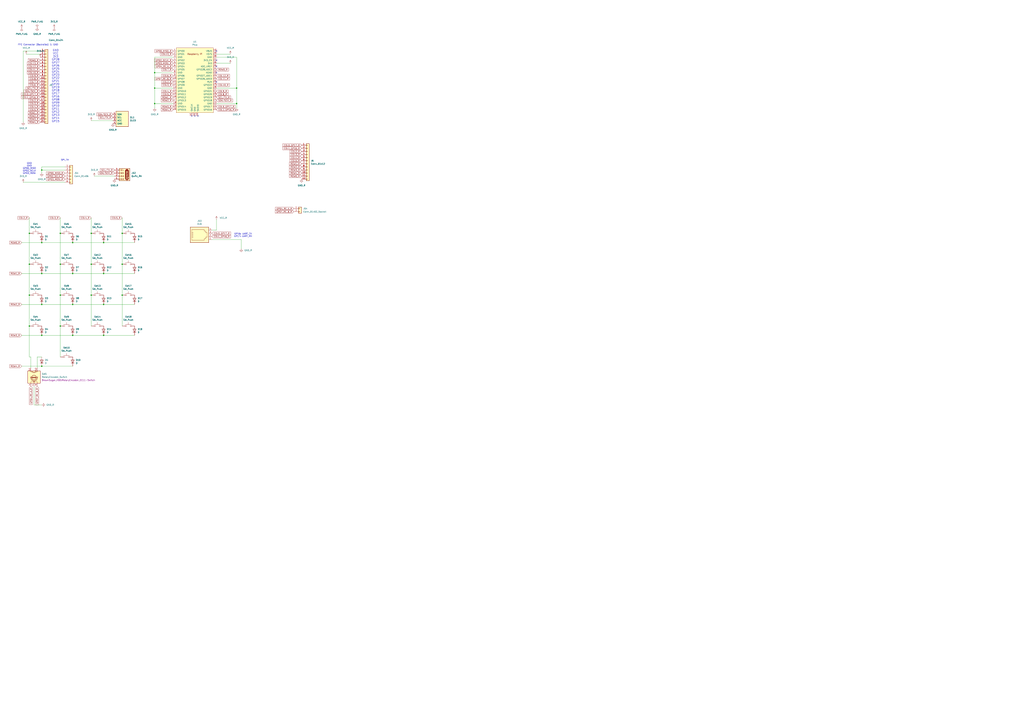
<source format=kicad_sch>
(kicad_sch (version 20250114) (generator "eeschema") (generator_version "9.0")
  (paper "A1")
  (lib_symbols
    (symbol "BrownSugar_KBD:OLED" (pin_names (offset 1.016))
      (property "Reference" "OL" (at 0 7.62 0))
      (property "Value" "OLED" (at 0 -7.62 0))
      (symbol "OLED_1_1"
        (pin bidirectional line (at -7.62 3.81 0) (length 2.54) (name "SDA") (number "1"))
        (pin bidirectional line (at -7.62 1.27 0) (length 2.54) (name "SCL") (number "2"))
        (pin power_in line (at -7.62 -1.27 0) (length 2.54) (name "VCC") (number "3"))
        (pin power_in line (at -7.62 -3.81 0) (length 2.54) (name "GND") (number "4"))
      )
    )
    (symbol "Connector:RJ9" (pin_names (offset 1.016))
      (property "Reference" "J" (at -5.08 8.89 0))
      (property "Value" "RJ9" (at 2.54 8.89 0))
      (symbol "RJ9_1_1"
        (pin passive line (at 10.16 5.08 180) (length 2.54) (name "~") (number "4"))
        (pin passive line (at 10.16 2.54 180) (length 2.54) (name "~") (number "3"))
        (pin passive line (at 10.16 0 180) (length 2.54) (name "~") (number "2"))
        (pin passive line (at 10.16 -2.54 180) (length 2.54) (name "~") (number "1"))
      )
    )
    (symbol "Connector_Generic:Conn_01x02" (pin_names (offset 1.016) (hide yes))
      (property "Reference" "J" (at 0 2.54 0))
      (property "Value" "Conn_01x02" (at 0 -5.08 0))
      (symbol "Conn_01x02_1_1"
        (pin passive line (at -5.08 0 0) (length 3.81) (name "Pin_1") (number "1"))
        (pin passive line (at -5.08 -2.54 0) (length 3.81) (name "Pin_2") (number "2"))
      )
    )
    (symbol "Connector_Generic:Conn_01x06" (pin_names (offset 1.016) (hide yes))
      (property "Reference" "J" (at 0 7.62 0))
      (property "Value" "Conn_01x06" (at 0 -10.16 0))
      (symbol "Conn_01x06_1_1"
        (pin passive line (at -5.08 5.08 0) (length 3.81) (name "Pin_1") (number "1"))
        (pin passive line (at -5.08 2.54 0) (length 3.81) (name "Pin_2") (number "2"))
        (pin passive line (at -5.08 0 0) (length 3.81) (name "Pin_3") (number "3"))
        (pin passive line (at -5.08 -2.54 0) (length 3.81) (name "Pin_4") (number "4"))
        (pin passive line (at -5.08 -5.08 0) (length 3.81) (name "Pin_5") (number "5"))
        (pin passive line (at -5.08 -7.62 0) (length 3.81) (name "Pin_6") (number "6"))
      )
    )
    (symbol "Connector_Generic:Conn_01x12" (pin_names (offset 1.016) (hide yes))
      (property "Reference" "J" (at 0 15.24 0))
      (property "Value" "Conn_01x12" (at 0 -17.78 0))
      (symbol "Conn_01x12_1_1"
        (pin passive line (at -5.08 12.7 0) (length 3.81) (name "Pin_1") (number "1"))
        (pin passive line (at -5.08 10.16 0) (length 3.81) (name "Pin_2") (number "2"))
        (pin passive line (at -5.08 7.62 0) (length 3.81) (name "Pin_3") (number "3"))
        (pin passive line (at -5.08 5.08 0) (length 3.81) (name "Pin_4") (number "4"))
        (pin passive line (at -5.08 2.54 0) (length 3.81) (name "Pin_5") (number "5"))
        (pin passive line (at -5.08 0 0) (length 3.81) (name "Pin_6") (number "6"))
        (pin passive line (at -5.08 -2.54 0) (length 3.81) (name "Pin_7") (number "7"))
        (pin passive line (at -5.08 -5.08 0) (length 3.81) (name "Pin_8") (number "8"))
        (pin passive line (at -5.08 -7.62 0) (length 3.81) (name "Pin_9") (number "9"))
        (pin passive line (at -5.08 -10.16 0) (length 3.81) (name "Pin_10") (number "10"))
        (pin passive line (at -5.08 -12.7 0) (length 3.81) (name "Pin_11") (number "11"))
        (pin passive line (at -5.08 -15.24 0) (length 3.81) (name "Pin_12") (number "12"))
      )
    )
    (symbol "Connector_Generic:Conn_01x24" (pin_names (offset 1.016) (hide yes))
      (property "Reference" "J" (at 0 30.48 0))
      (property "Value" "Conn_01x24" (at 0 -33.02 0))
      (symbol "Conn_01x24_1_1"
        (pin passive line (at -5.08 27.94 0) (length 3.81) (name "Pin_1") (number "1"))
        (pin passive line (at -5.08 25.4 0) (length 3.81) (name "Pin_2") (number "2"))
        (pin passive line (at -5.08 22.86 0) (length 3.81) (name "Pin_3") (number "3"))
        (pin passive line (at -5.08 20.32 0) (length 3.81) (name "Pin_4") (number "4"))
        (pin passive line (at -5.08 17.78 0) (length 3.81) (name "Pin_5") (number "5"))
        (pin passive line (at -5.08 15.24 0) (length 3.81) (name "Pin_6") (number "6"))
        (pin passive line (at -5.08 12.7 0) (length 3.81) (name "Pin_7") (number "7"))
        (pin passive line (at -5.08 10.16 0) (length 3.81) (name "Pin_8") (number "8"))
        (pin passive line (at -5.08 7.62 0) (length 3.81) (name "Pin_9") (number "9"))
        (pin passive line (at -5.08 5.08 0) (length 3.81) (name "Pin_10") (number "10"))
        (pin passive line (at -5.08 2.54 0) (length 3.81) (name "Pin_11") (number "11"))
        (pin passive line (at -5.08 0 0) (length 3.81) (name "Pin_12") (number "12"))
        (pin passive line (at -5.08 -2.54 0) (length 3.81) (name "Pin_13") (number "13"))
        (pin passive line (at -5.08 -5.08 0) (length 3.81) (name "Pin_14") (number "14"))
        (pin passive line (at -5.08 -7.62 0) (length 3.81) (name "Pin_15") (number "15"))
        (pin passive line (at -5.08 -10.16 0) (length 3.81) (name "Pin_16") (number "16"))
        (pin passive line (at -5.08 -12.7 0) (length 3.81) (name "Pin_17") (number "17"))
        (pin passive line (at -5.08 -15.24 0) (length 3.81) (name "Pin_18") (number "18"))
        (pin passive line (at -5.08 -17.78 0) (length 3.81) (name "Pin_19") (number "19"))
        (pin passive line (at -5.08 -20.32 0) (length 3.81) (name "Pin_20") (number "20"))
        (pin passive line (at -5.08 -22.86 0) (length 3.81) (name "Pin_21") (number "21"))
        (pin passive line (at -5.08 -25.4 0) (length 3.81) (name "Pin_22") (number "22"))
        (pin passive line (at -5.08 -27.94 0) (length 3.81) (name "Pin_23") (number "23"))
        (pin passive line (at -5.08 -30.48 0) (length 3.81) (name "Pin_24") (number "24"))
      )
    )
    (symbol "Device:D" (pin_numbers (hide yes)) (pin_names (offset 1.016) (hide yes))
      (property "Reference" "D" (at 0 2.54 0))
      (property "Value" "D" (at 0 -2.54 0))
      (symbol "D_1_1"
        (pin passive line (at -3.81 0 0) (length 2.54) (name "K") (number "1"))
        (pin passive line (at 3.81 0 180) (length 2.54) (name "A") (number "2"))
      )
    )
    (symbol "Device:RotaryEncoder_Switch" (pin_names (offset 0.254) (hide yes))
      (property "Reference" "SW" (at 0 6.604 0))
      (property "Value" "RotaryEncoder_Switch" (at 0 -6.604 0))
      (symbol "RotaryEncoder_Switch_1_1"
        (pin passive line (at -7.62 2.54 0) (length 2.54) (name "A") (number "A"))
        (pin passive line (at -7.62 0 0) (length 2.54) (name "C") (number "C"))
        (pin passive line (at -7.62 -2.54 0) (length 2.54) (name "B") (number "B"))
        (pin passive line (at 7.62 2.54 180) (length 2.54) (name "S1") (number "S1"))
        (pin passive line (at 7.62 -2.54 180) (length 2.54) (name "S2") (number "S2"))
      )
    )
    (symbol "RPi_Pico:Pico" (pin_names (offset 1.016))
      (property "Reference" "U" (at -13.97 27.94 0))
      (property "Value" "Pico" (at 0 19.05 0))
      (symbol "Pico_0_0"
        (text "Raspberry Pi" (at 0 21.59 0) (effects (font (size 1.27 1.27))))
      )
      (symbol "Pico_1_1"
        (pin bidirectional line (at -17.78 24.13 0) (length 2.54) (name "GPIO0") (number "1"))
        (pin bidirectional line (at -17.78 21.59 0) (length 2.54) (name "GPIO1") (number "2"))
        (pin power_in line (at -17.78 19.05 0) (length 2.54) (name "GND") (number "3"))
        (pin bidirectional line (at -17.78 16.51 0) (length 2.54) (name "GPIO2") (number "4"))
        (pin bidirectional line (at -17.78 13.97 0) (length 2.54) (name "GPIO3") (number "5"))
        (pin bidirectional line (at -17.78 11.43 0) (length 2.54) (name "GPIO4") (number "6"))
        (pin bidirectional line (at -17.78 8.89 0) (length 2.54) (name "GPIO5") (number "7"))
        (pin power_in line (at -17.78 6.35 0) (length 2.54) (name "GND") (number "8"))
        (pin bidirectional line (at -17.78 3.81 0) (length 2.54) (name "GPIO6") (number "9"))
        (pin bidirectional line (at -17.78 1.27 0) (length 2.54) (name "GPIO7") (number "10"))
        (pin bidirectional line (at -17.78 -1.27 0) (length 2.54) (name "GPIO8") (number "11"))
        (pin bidirectional line (at -17.78 -3.81 0) (length 2.54) (name "GPIO9") (number "12"))
        (pin power_in line (at -17.78 -6.35 0) (length 2.54) (name "GND") (number "13"))
        (pin bidirectional line (at -17.78 -8.89 0) (length 2.54) (name "GPIO10") (number "14"))
        (pin bidirectional line (at -17.78 -11.43 0) (length 2.54) (name "GPIO11") (number "15"))
        (pin bidirectional line (at -17.78 -13.97 0) (length 2.54) (name "GPIO12") (number "16"))
        (pin bidirectional line (at -17.78 -16.51 0) (length 2.54) (name "GPIO13") (number "17"))
        (pin power_in line (at -17.78 -19.05 0) (length 2.54) (name "GND") (number "18"))
        (pin bidirectional line (at -17.78 -21.59 0) (length 2.54) (name "GPIO14") (number "19"))
        (pin bidirectional line (at -17.78 -24.13 0) (length 2.54) (name "GPIO15") (number "20"))
        (pin input line (at -2.54 -29.21 90) (length 2.54) (name "SWCLK") (number "41"))
        (pin power_in line (at 0 -29.21 90) (length 2.54) (name "GND") (number "42"))
        (pin bidirectional line (at 2.54 -29.21 90) (length 2.54) (name "SWDIO") (number "43"))
        (pin unspecified line (at 17.78 24.13 180) (length 2.54) (name "VBUS") (number "40"))
        (pin unspecified line (at 17.78 21.59 180) (length 2.54) (name "VSYS") (number "39"))
        (pin bidirectional line (at 17.78 19.05 180) (length 2.54) (name "GND") (number "38"))
        (pin input line (at 17.78 16.51 180) (length 2.54) (name "3V3_EN") (number "37"))
        (pin unspecified line (at 17.78 13.97 180) (length 2.54) (name "3V3") (number "36"))
        (pin unspecified line (at 17.78 11.43 180) (length 2.54) (name "ADC_VREF") (number "35"))
        (pin bidirectional line (at 17.78 8.89 180) (length 2.54) (name "GPIO28_ADC2") (number "34"))
        (pin power_in line (at 17.78 6.35 180) (length 2.54) (name "AGND") (number "33"))
        (pin bidirectional line (at 17.78 3.81 180) (length 2.54) (name "GPIO27_ADC1") (number "32"))
        (pin bidirectional line (at 17.78 1.27 180) (length 2.54) (name "GPIO26_ADC0") (number "31"))
        (pin input line (at 17.78 -1.27 180) (length 2.54) (name "RUN") (number "30"))
        (pin bidirectional line (at 17.78 -3.81 180) (length 2.54) (name "GPIO22") (number "29"))
        (pin power_in line (at 17.78 -6.35 180) (length 2.54) (name "GND") (number "28"))
        (pin bidirectional line (at 17.78 -8.89 180) (length 2.54) (name "GPIO21") (number "27"))
        (pin bidirectional line (at 17.78 -11.43 180) (length 2.54) (name "GPIO20") (number "26"))
        (pin bidirectional line (at 17.78 -13.97 180) (length 2.54) (name "GPIO19") (number "25"))
        (pin bidirectional line (at 17.78 -16.51 180) (length 2.54) (name "GPIO18") (number "24"))
        (pin power_in line (at 17.78 -19.05 180) (length 2.54) (name "GND") (number "23"))
        (pin bidirectional line (at 17.78 -21.59 180) (length 2.54) (name "GPIO17") (number "22"))
        (pin bidirectional line (at 17.78 -24.13 180) (length 2.54) (name "GPIO16") (number "21"))
      )
    )
    (symbol "SparkFun-Connector:Qwiic_Right_Angle" (pin_names (offset 1.016) (hide yes))
      (property "Reference" "J" (at 0 5.08 0))
      (property "Value" "Qwiic_RA" (at 0 -7.62 0))
      (symbol "Qwiic_Right_Angle_1_1"
        (text "SCL" (at 1.27 2.54 0) (effects (font (size 1 1))))
        (text "SDA" (at 1.27 0 0) (effects (font (size 1 1))))
        (text "3V3" (at 1.27 -2.54 0) (effects (font (size 1 1))))
        (text "GND" (at 1.27 -5.08 0) (effects (font (size 1 1))))
        (pin passive line (at -5.08 2.54 0) (length 3.81) (name "Pin_4") (number "4"))
        (pin passive line (at -5.08 0 0) (length 3.81) (name "Pin_3") (number "3"))
        (pin passive line (at -5.08 -2.54 0) (length 3.81) (name "Pin_2") (number "2"))
        (pin passive line (at -5.08 -5.08 0) (length 3.81) (name "Pin_1") (number "1"))
        (pin no_connect line (at 5.08 3.81 270) (length 2.54) (hide yes) (name "NC") (number "NC1"))
        (pin no_connect line (at 6.35 3.81 270) (length 2.54) (hide yes) (name "NC") (number "NC2"))
      )
    )
    (symbol "Switch:SW_Push" (pin_numbers (hide yes)) (pin_names (offset 1.016) (hide yes))
      (property "Reference" "SW" (at 1.27 2.54 0))
      (property "Value" "SW_Push" (at 0 -1.524 0))
      (symbol "SW_Push_0_1"
        (pin passive line (at -5.08 0 0) (length 2.54) (name "1") (number "1"))
        (pin passive line (at 5.08 0 180) (length 2.54) (name "2") (number "2"))
      )
    )
    (symbol "power:GND" (power) (pin_numbers (hide yes)) (pin_names (offset 0) (hide yes))
      (property "Value" "GND" (at 0 -3.81 0))
      (symbol "GND_1_1"
        (pin power_in line (at 0 0 270) (length 0) (name "~") (number "1"))
      )
    )
    (symbol "power:PWR_FLAG" (power) (pin_numbers (hide yes)) (pin_names (offset 0) (hide yes))
      (property "Value" "PWR_FLAG" (at 0 3.81 0))
      (symbol "PWR_FLAG_0_0"
        (pin power_out line (at 0 0 90) (length 0) (name "~") (number "1"))
      )
    )
    (symbol "power:VCC" (power) (pin_numbers (hide yes)) (pin_names (offset 0) (hide yes))
      (property "Value" "VCC" (at 0 3.556 0))
      (symbol "VCC_1_1"
        (pin power_in line (at 0 0 90) (length 0) (name "~") (number "1"))
      )
    )
  )
  (text "GND\nGND\nGP00_MISO\nGP02_SCLK\nGP03_MOSI" (at 24.13 138.43 0) (effects (font (size 1.27 1.27))))
  (text "SPI_TH" (at 53.34 131.572 0) (effects (font (size 1.27 1.27))))
  (text "GP16: UART_TX\nGP17: UART_RX" (at 199.644 193.294 0) (effects (font (size 1.27 1.27))))
  (text "FFC Connector (Backside) １: GND" (at 31.242 36.83 0) (effects (font (size 1.27 1.27))))
  (text "GND\nVCC\n3V3\nGP28\nGP27\nGP26\nGP25\nGP24\nGP23\nGP22\nGP21\nGP20\nGP19\nGP18\nGP17\nGP16\nGP08\nGP09\nGP10\nGP11\nGP12\nGP13\nGP14\nGP15\n" (at 45.72 70.612 0) (effects (font (size 1.5748 1.5748))))
  (junction (at 24.13 242.57))
  (junction (at 59.69 250.19))
  (junction (at 74.93 242.57))
  (junction (at 74.93 191.77))
  (junction (at 127 72.39))
  (junction (at 49.53 242.57))
  (junction (at 59.69 275.59))
  (junction (at 49.53 267.97))
  (junction (at 100.33 191.77))
  (junction (at 59.69 224.79))
  (junction (at 194.31 72.39))
  (junction (at 24.13 191.77))
  (junction (at 34.29 250.19))
  (junction (at 49.53 191.77))
  (junction (at 85.09 250.19))
  (junction (at 85.09 275.59))
  (junction (at 24.13 267.97))
  (junction (at 34.29 224.79))
  (junction (at 100.33 217.17))
  (junction (at 194.31 85.09))
  (junction (at 34.29 139.7))
  (junction (at 24.13 217.17))
  (junction (at 85.09 224.79))
  (junction (at 127 59.69))
  (junction (at 34.29 275.59))
  (junction (at 49.53 217.17))
  (junction (at 74.93 217.17))
  (junction (at 127 85.09))
  (junction (at 100.33 242.57))
  (junction (at 85.09 199.39))
  (junction (at 34.29 199.39))
  (junction (at 34.29 300.99))
  (junction (at 59.69 199.39))
  (no_connect (at 162.56 95.25))
  (no_connect (at 177.8 67.31))
  (no_connect (at 177.8 41.91))
  (no_connect (at 177.8 49.53))
  (no_connect (at 160.02 95.25))
  (no_connect (at 157.48 95.25))
  (no_connect (at 177.8 59.69))
  (no_connect (at 177.8 54.61))
  (wire (pts (xy 34.29 139.7) (xy 34.29 142.24)))
  (wire (pts (xy 74.93 242.57) (xy 74.93 267.97)))
  (wire (pts (xy 49.53 179.07) (xy 49.53 191.77)))
  (wire (pts (xy 142.24 46.99) (xy 127 46.99)))
  (wire (pts (xy 19.05 149.86) (xy 53.34 149.86)))
  (wire (pts (xy 194.31 46.99) (xy 194.31 72.39)))
  (wire (pts (xy 177.8 85.09) (xy 194.31 85.09)))
  (wire (pts (xy 127 85.09) (xy 142.24 85.09)))
  (wire (pts (xy 49.53 217.17) (xy 49.53 242.57)))
  (wire (pts (xy 173.99 196.85) (xy 198.12 196.85)))
  (wire (pts (xy 24.13 191.77) (xy 24.13 217.17)))
  (wire (pts (xy 34.29 139.7) (xy 53.34 139.7)))
  (wire (pts (xy 194.31 88.9) (xy 194.31 85.09)))
  (wire (pts (xy 189.23 52.07) (xy 177.8 52.07)))
  (wire (pts (xy 85.09 224.79) (xy 110.49 224.79)))
  (wire (pts (xy 17.78 199.39) (xy 34.29 199.39)))
  (wire (pts (xy 34.29 300.99) (xy 59.69 300.99)))
  (wire (pts (xy 34.29 293.37) (xy 30.48 293.37)))
  (wire (pts (xy 194.31 72.39) (xy 194.31 85.09)))
  (wire (pts (xy 59.69 199.39) (xy 85.09 199.39)))
  (wire (pts (xy 24.13 242.57) (xy 24.13 267.97)))
  (wire (pts (xy 17.78 250.19) (xy 34.29 250.19)))
  (wire (pts (xy 85.09 199.39) (xy 110.49 199.39)))
  (wire (pts (xy 85.09 250.19) (xy 110.49 250.19)))
  (wire (pts (xy 34.29 137.16) (xy 34.29 139.7)))
  (wire (pts (xy 19.05 41.91) (xy 19.05 100.33)))
  (wire (pts (xy 34.29 250.19) (xy 59.69 250.19)))
  (wire (pts (xy 49.53 267.97) (xy 49.53 293.37)))
  (wire (pts (xy 177.8 46.99) (xy 194.31 46.99)))
  (wire (pts (xy 59.69 224.79) (xy 85.09 224.79)))
  (wire (pts (xy 177.8 189.23) (xy 173.99 189.23)))
  (wire (pts (xy 24.13 217.17) (xy 24.13 242.57)))
  (wire (pts (xy 127 46.99) (xy 127 59.69)))
  (wire (pts (xy 49.53 242.57) (xy 49.53 267.97)))
  (wire (pts (xy 198.12 196.85) (xy 198.12 204.47)))
  (wire (pts (xy 127 72.39) (xy 127 85.09)))
  (wire (pts (xy 24.13 293.37) (xy 25.4 293.37)))
  (wire (pts (xy 17.78 224.79) (xy 34.29 224.79)))
  (wire (pts (xy 77.47 144.78) (xy 93.98 144.78)))
  (wire (pts (xy 30.48 293.37) (xy 30.48 302.26)))
  (wire (pts (xy 74.93 99.06) (xy 92.71 99.06)))
  (wire (pts (xy 24.13 267.97) (xy 24.13 293.37)))
  (wire (pts (xy 27.94 317.5) (xy 27.94 332.74)))
  (wire (pts (xy 59.69 275.59) (xy 85.09 275.59)))
  (wire (pts (xy 34.29 275.59) (xy 59.69 275.59)))
  (wire (pts (xy 34.29 199.39) (xy 59.69 199.39)))
  (wire (pts (xy 27.94 332.74) (xy 34.29 332.74)))
  (wire (pts (xy 74.93 217.17) (xy 74.93 242.57)))
  (wire (pts (xy 21.59 44.45) (xy 33.02 44.45)))
  (wire (pts (xy 100.33 217.17) (xy 100.33 242.57)))
  (wire (pts (xy 100.33 179.07) (xy 100.33 191.77)))
  (wire (pts (xy 100.33 242.57) (xy 100.33 267.97)))
  (wire (pts (xy 17.78 275.59) (xy 34.29 275.59)))
  (wire (pts (xy 74.93 179.07) (xy 74.93 191.77)))
  (wire (pts (xy 177.8 180.34) (xy 177.8 189.23)))
  (wire (pts (xy 100.33 191.77) (xy 100.33 217.17)))
  (wire (pts (xy 17.78 300.99) (xy 34.29 300.99)))
  (wire (pts (xy 24.13 179.07) (xy 24.13 191.77)))
  (wire (pts (xy 189.23 44.45) (xy 177.8 44.45)))
  (wire (pts (xy 25.4 302.26) (xy 25.4 293.37)))
  (wire (pts (xy 127 59.69) (xy 142.24 59.69)))
  (wire (pts (xy 127 72.39) (xy 142.24 72.39)))
  (wire (pts (xy 177.8 72.39) (xy 194.31 72.39)))
  (wire (pts (xy 74.93 191.77) (xy 74.93 217.17)))
  (wire (pts (xy 85.09 275.59) (xy 110.49 275.59)))
  (wire (pts (xy 33.02 41.91) (xy 19.05 41.91)))
  (wire (pts (xy 127 59.69) (xy 127 72.39)))
  (wire (pts (xy 53.34 137.16) (xy 34.29 137.16)))
  (wire (pts (xy 59.69 250.19) (xy 85.09 250.19)))
  (wire (pts (xy 49.53 191.77) (xy 49.53 217.17)))
  (wire (pts (xy 127 85.09) (xy 127 88.9)))
  (wire (pts (xy 34.29 224.79) (xy 59.69 224.79)))
  (global_label "SCL{slash}TX_R" (shape input) (at 177.8 80.01 0) (property "Intersheetrefs" "${INTERSHEET_REFS}" (effects (hide yes))))
  (global_label "ROW4_R" (shape input) (at 33.02 100.33 180) (property "Intersheetrefs" "${INTERSHEET_REFS}" (effects (hide yes))))
  (global_label "COL5_R" (shape input) (at 247.65 132.08 180) (property "Intersheetrefs" "${INTERSHEET_REFS}" (effects (hide yes))))
  (global_label "COL11_R" (shape input) (at 33.02 57.15 180) (property "Intersheetrefs" "${INTERSHEET_REFS}" (effects (hide yes))))
  (global_label "GP02_SCLK_R" (shape input) (at 142.24 49.53 180) (property "Intersheetrefs" "${INTERSHEET_REFS}" (effects (hide yes))))
  (global_label "COL1_GP16_R" (shape input) (at 247.65 121.92 180) (property "Intersheetrefs" "${INTERSHEET_REFS}" (effects (hide yes))))
  (global_label "COL5_R" (shape input) (at 142.24 77.47 180) (property "Intersheetrefs" "${INTERSHEET_REFS}" (effects (hide yes))))
  (global_label "COL2_R" (shape input) (at 142.24 67.31 180) (property "Intersheetrefs" "${INTERSHEET_REFS}" (effects (hide yes))))
  (global_label "SCL{slash}TX_R" (shape input) (at 33.02 72.39 180) (property "Intersheetrefs" "${INTERSHEET_REFS}" (effects (hide yes))))
  (global_label "COL3_R" (shape input) (at 247.65 127 180) (property "Intersheetrefs" "${INTERSHEET_REFS}" (effects (hide yes))))
  (global_label "GP04_RE_A_R" (shape input) (at 142.24 54.61 180) (property "Intersheetrefs" "${INTERSHEET_REFS}" (effects (hide yes))))
  (global_label "ROW0_R" (shape input) (at 177.8 57.15 0) (property "Intersheetrefs" "${INTERSHEET_REFS}" (effects (hide yes))))
  (global_label "ROW3_R" (shape input) (at 33.02 97.79 180) (property "Intersheetrefs" "${INTERSHEET_REFS}" (effects (hide yes))))
  (global_label "COL5_R" (shape input) (at 33.02 90.17 180) (property "Intersheetrefs" "${INTERSHEET_REFS}" (effects (hide yes))))
  (global_label "COL11_R" (shape input) (at 177.8 64.77 0) (property "Intersheetrefs" "${INTERSHEET_REFS}" (effects (hide yes))))
  (global_label "COL12_R" (shape input) (at 33.02 54.61 180) (property "Intersheetrefs" "${INTERSHEET_REFS}" (effects (hide yes))))
  (global_label "COL0_GP17_R" (shape input) (at 173.99 191.77 0) (property "Intersheetrefs" "${INTERSHEET_REFS}" (effects (hide yes))))
  (global_label "COL2_R" (shape input) (at 24.13 179.07 180) (property "Intersheetrefs" "${INTERSHEET_REFS}" (effects (hide yes))))
  (global_label "ROW1_R" (shape input) (at 247.65 134.62 180) (property "Intersheetrefs" "${INTERSHEET_REFS}" (effects (hide yes))))
  (global_label "COL1_GP16_R" (shape input) (at 33.02 80.01 180) (property "Intersheetrefs" "${INTERSHEET_REFS}" (effects (hide yes))))
  (global_label "COL7_R" (shape input) (at 142.24 57.15 180) (property "Intersheetrefs" "${INTERSHEET_REFS}" (effects (hide yes))))
  (global_label "ROW0_R" (shape input) (at 17.78 199.39 180) (property "Intersheetrefs" "${INTERSHEET_REFS}" (effects (hide yes))))
  (global_label "COL3_R" (shape input) (at 33.02 85.09 180) (property "Intersheetrefs" "${INTERSHEET_REFS}" (effects (hide yes))))
  (global_label "COL12_R" (shape input) (at 177.8 62.23 0) (property "Intersheetrefs" "${INTERSHEET_REFS}" (effects (hide yes))))
  (global_label "SDA{slash}SCK_R" (shape input) (at 33.02 74.93 180) (property "Intersheetrefs" "${INTERSHEET_REFS}" (effects (hide yes))))
  (global_label "COL2_R" (shape input) (at 33.02 82.55 180) (property "Intersheetrefs" "${INTERSHEET_REFS}" (effects (hide yes))))
  (global_label "ROW2_R" (shape input) (at 33.02 95.25 180) (property "Intersheetrefs" "${INTERSHEET_REFS}" (effects (hide yes))))
  (global_label "COL3_R" (shape input) (at 49.53 179.07 180) (property "Intersheetrefs" "${INTERSHEET_REFS}" (effects (hide yes))))
  (global_label "COL0_GP17_R" (shape input) (at 247.65 119.38 180) (property "Intersheetrefs" "${INTERSHEET_REFS}" (effects (hide yes))))
  (global_label "COL0_GP17_R" (shape input) (at 33.02 77.47 180) (property "Intersheetrefs" "${INTERSHEET_REFS}" (effects (hide yes))))
  (global_label "ROW2_R" (shape input) (at 247.65 137.16 180) (property "Intersheetrefs" "${INTERSHEET_REFS}" (effects (hide yes))))
  (global_label "GP07_RE_B_R" (shape input) (at 142.24 64.77 180) (property "Intersheetrefs" "${INTERSHEET_REFS}" (effects (hide yes))))
  (global_label "ROW3_R" (shape input) (at 17.78 275.59 180) (property "Intersheetrefs" "${INTERSHEET_REFS}" (effects (hide yes))))
  (global_label "ROW1_R" (shape input) (at 33.02 92.71 180) (property "Intersheetrefs" "${INTERSHEET_REFS}" (effects (hide yes))))
  (global_label "COL8_R" (shape input) (at 33.02 64.77 180) (property "Intersheetrefs" "${INTERSHEET_REFS}" (effects (hide yes))))
  (global_label "COL4_R" (shape input) (at 142.24 74.93 180) (property "Intersheetrefs" "${INTERSHEET_REFS}" (effects (hide yes))))
  (global_label "COL5_R" (shape input) (at 100.33 179.07 180) (property "Intersheetrefs" "${INTERSHEET_REFS}" (effects (hide yes))))
  (global_label "SDA{slash}SCK_R" (shape input) (at 93.98 142.24 180) (property "Intersheetrefs" "${INTERSHEET_REFS}" (effects (hide yes))))
  (global_label "GP07_RE_B_R" (shape input) (at 30.48 317.5 270) (property "Intersheetrefs" "${INTERSHEET_REFS}" (effects (hide yes))))
  (global_label "GP00_MISO_R" (shape input) (at 142.24 41.91 180) (property "Intersheetrefs" "${INTERSHEET_REFS}" (effects (hide yes))))
  (global_label "COL3_R" (shape input) (at 142.24 69.85 180) (property "Intersheetrefs" "${INTERSHEET_REFS}" (effects (hide yes))))
  (global_label "GP04_RE_A_R" (shape input) (at 25.4 317.5 270) (property "Intersheetrefs" "${INTERSHEET_REFS}" (effects (hide yes))))
  (global_label "COL13_R" (shape input) (at 33.02 52.07 180) (property "Intersheetrefs" "${INTERSHEET_REFS}" (effects (hide yes))))
  (global_label "ROW4_R" (shape input) (at 247.65 142.24 180) (property "Intersheetrefs" "${INTERSHEET_REFS}" (effects (hide yes))))
  (global_label "COL1_GP16_R" (shape input) (at 173.99 194.31 0) (property "Intersheetrefs" "${INTERSHEET_REFS}" (effects (hide yes))))
  (global_label "COL8_R" (shape input) (at 177.8 77.47 0) (property "Intersheetrefs" "${INTERSHEET_REFS}" (effects (hide yes))))
  (global_label "GP03_MOSI_R" (shape input) (at 53.34 147.32 180) (property "Intersheetrefs" "${INTERSHEET_REFS}" (effects (hide yes))))
  (global_label "SCL{slash}TX_R" (shape input) (at 92.71 96.52 180) (property "Intersheetrefs" "${INTERSHEET_REFS}" (effects (hide yes))))
  (global_label "ROW0_R" (shape input) (at 33.02 49.53 180) (property "Intersheetrefs" "${INTERSHEET_REFS}" (effects (hide yes))))
  (global_label "ROW4_R" (shape input) (at 17.78 300.99 180) (property "Intersheetrefs" "${INTERSHEET_REFS}" (effects (hide yes))))
  (global_label "COL10_R" (shape input) (at 177.8 69.85 0) (property "Intersheetrefs" "${INTERSHEET_REFS}" (effects (hide yes))))
  (global_label "ROW2_R" (shape input) (at 142.24 82.55 180) (property "Intersheetrefs" "${INTERSHEET_REFS}" (effects (hide yes))))
  (global_label "ROW3_R" (shape input) (at 247.65 139.7 180) (property "Intersheetrefs" "${INTERSHEET_REFS}" (effects (hide yes))))
  (global_label "GP07_RE_B_R" (shape input) (at 241.3 173.99 180) (property "Intersheetrefs" "${INTERSHEET_REFS}" (effects (hide yes))))
  (global_label "COL7_R" (shape input) (at 33.02 67.31 180) (property "Intersheetrefs" "${INTERSHEET_REFS}" (effects (hide yes))))
  (global_label "COL2_R" (shape input) (at 247.65 124.46 180) (property "Intersheetrefs" "${INTERSHEET_REFS}" (effects (hide yes))))
  (global_label "COL4_R" (shape input) (at 33.02 87.63 180) (property "Intersheetrefs" "${INTERSHEET_REFS}" (effects (hide yes))))
  (global_label "COL0_GP17_R" (shape input) (at 177.8 87.63 0) (property "Intersheetrefs" "${INTERSHEET_REFS}" (effects (hide yes))))
  (global_label "GP03_MOSI_R" (shape input) (at 142.24 52.07 180) (property "Intersheetrefs" "${INTERSHEET_REFS}" (effects (hide yes))))
  (global_label "GP02_SCLK_R" (shape input) (at 53.34 144.78 180) (property "Intersheetrefs" "${INTERSHEET_REFS}" (effects (hide yes))))
  (global_label "COL1_GP16_R" (shape input) (at 177.8 90.17 0) (property "Intersheetrefs" "${INTERSHEET_REFS}" (effects (hide yes))))
  (global_label "SDA{slash}SCK_R" (shape input) (at 92.71 93.98 180) (property "Intersheetrefs" "${INTERSHEET_REFS}" (effects (hide yes))))
  (global_label "COL10_R" (shape input) (at 33.02 59.69 180) (property "Intersheetrefs" "${INTERSHEET_REFS}" (effects (hide yes))))
  (global_label "SCL{slash}TX_R" (shape input) (at 93.98 139.7 180) (property "Intersheetrefs" "${INTERSHEET_REFS}" (effects (hide yes))))
  (global_label "COL9_R" (shape input) (at 33.02 62.23 180) (property "Intersheetrefs" "${INTERSHEET_REFS}" (effects (hide yes))))
  (global_label "COL6_R" (shape input) (at 142.24 62.23 180) (property "Intersheetrefs" "${INTERSHEET_REFS}" (effects (hide yes))))
  (global_label "ROW3_R" (shape input) (at 142.24 87.63 180) (property "Intersheetrefs" "${INTERSHEET_REFS}" (effects (hide yes))))
  (global_label "COL4_R" (shape input) (at 247.65 129.54 180) (property "Intersheetrefs" "${INTERSHEET_REFS}" (effects (hide yes))))
  (global_label "SDA{slash}SCK_R" (shape input) (at 177.8 82.55 0) (property "Intersheetrefs" "${INTERSHEET_REFS}" (effects (hide yes))))
  (global_label "COL13_R" (shape input) (at 142.24 44.45 180) (property "Intersheetrefs" "${INTERSHEET_REFS}" (effects (hide yes))))
  (global_label "ROW0_R" (shape input) (at 247.65 144.78 180) (property "Intersheetrefs" "${INTERSHEET_REFS}" (effects (hide yes))))
  (global_label "COL9_R" (shape input) (at 177.8 74.93 0) (property "Intersheetrefs" "${INTERSHEET_REFS}" (effects (hide yes))))
  (global_label "COL4_R" (shape input) (at 74.93 179.07 180) (property "Intersheetrefs" "${INTERSHEET_REFS}" (effects (hide yes))))
  (global_label "ROW1_R" (shape input) (at 142.24 80.01 180) (property "Intersheetrefs" "${INTERSHEET_REFS}" (effects (hide yes))))
  (global_label "GP00_MISO_R" (shape input) (at 53.34 142.24 180) (property "Intersheetrefs" "${INTERSHEET_REFS}" (effects (hide yes))))
  (global_label "ROW1_R" (shape input) (at 17.78 224.79 180) (property "Intersheetrefs" "${INTERSHEET_REFS}" (effects (hide yes))))
  (global_label "GP04_RE_A_R" (shape input) (at 241.3 171.45 180) (property "Intersheetrefs" "${INTERSHEET_REFS}" (effects (hide yes))))
  (global_label "ROW2_R" (shape input) (at 17.78 250.19 180) (property "Intersheetrefs" "${INTERSHEET_REFS}" (effects (hide yes))))
  (global_label "ROW4_R" (shape input) (at 142.24 90.17 180) (property "Intersheetrefs" "${INTERSHEET_REFS}" (effects (hide yes))))
  (global_label "COL6_R" (shape input) (at 33.02 69.85 180) (property "Intersheetrefs" "${INTERSHEET_REFS}" (effects (hide yes))))
  (symbol (lib_id "power:GND") (at 194.31 88.9 0) (unit 1)
    (property "Reference" "#PWR010" (effects (hide yes)))
    (property "Value" "GND_R" (at 194.31 93.98 0))
    (property "Description" "Power symbol creates a global label with name \"GND\" , ground" (effects (hide yes)))
  )
  (symbol (lib_id "Connector_Generic:Conn_01x02") (at 246.38 171.45 0) (unit 1)
    (property "Reference" "J54" (at 248.92 171.4499 0) (effects (justify left)))
    (property "Value" "Conn_01x02_Socket" (at 248.92 173.9899 0) (effects (justify left)))
    (property "Footprint" "Connector_PinHeader_2.54mm:PinHeader_1x02_P2.54mm_Vertical" (effects (hide yes)))
    (property "Description" "Generic connector, single row, 01x02, script generated (kicad-library-utils/schlib/autogen/connector/)" (effects (hide yes)))
  )
  (symbol (lib_id "Device:D") (at 59.69 271.78 90) (unit 1)
    (property "Reference" "D9" (at 62.23 270.5099 90) (effects (justify right)))
    (property "Value" "D" (at 62.23 273.0499 90) (effects (justify right)))
    (property "Footprint" "kbd_Parts:Diode_SMD" (effects (hide yes)))
    (property "Description" "Diode" (effects (hide yes)))
    (property "Sim.Device" "D" (effects (hide yes)))
    (property "Sim.Pins" "1=K 2=A" (effects (hide yes)))
  )
  (symbol (lib_id "power:GND") (at 93.98 147.32 0) (unit 1)
    (property "Reference" "#PWR07" (effects (hide yes)))
    (property "Value" "GND_R" (at 93.98 152.4 0))
    (property "Description" "Power symbol creates a global label with name \"GND\" , ground" (effects (hide yes)))
  )
  (symbol (lib_id "power:GND") (at 92.71 101.6 0) (unit 1)
    (property "Reference" "#PWR011" (effects (hide yes)))
    (property "Value" "GND_R" (at 92.71 106.68 0))
    (property "Description" "Power symbol creates a global label with name \"GND\" , ground" (effects (hide yes)))
  )
  (symbol (lib_id "power:GND") (at 127 88.9 0) (unit 1)
    (property "Reference" "#PWR021" (effects (hide yes)))
    (property "Value" "GND_R" (at 127 93.98 0))
    (property "Description" "Power symbol creates a global label with name \"GND\" , ground" (effects (hide yes)))
  )
  (symbol (lib_id "Device:D") (at 59.69 220.98 90) (unit 1)
    (property "Reference" "D7" (at 62.23 219.7099 90) (effects (justify right)))
    (property "Value" "D" (at 62.23 222.2499 90) (effects (justify right)))
    (property "Footprint" "kbd_Parts:Diode_SMD" (effects (hide yes)))
    (property "Description" "Diode" (effects (hide yes)))
    (property "Sim.Device" "D" (effects (hide yes)))
    (property "Sim.Pins" "1=K 2=A" (effects (hide yes)))
  )
  (symbol (lib_id "Switch:SW_Push") (at 105.41 217.17 0) (mirror y) (unit 1)
    (property "Reference" "SW16" (at 105.41 209.55 0))
    (property "Value" "SW_Push" (at 105.41 212.09 0))
    (property "Footprint" "Rikkodo_FootPrint:rkd_Asm_ChocV1V2_Hotswap_1u_NM" (effects (hide yes)))
    (property "Description" "Push button switch, generic, two pins" (effects (hide yes)))
  )
  (symbol (lib_id "Connector_Generic:Conn_01x12") (at 252.73 132.08 0) (unit 1)
    (property "Reference" "J6" (at 255.27 132.0799 0) (effects (justify left)))
    (property "Value" "Conn_01x12" (at 255.27 134.6199 0) (effects (justify left)))
    (property "Footprint" "DreaM117er-keebLibrary:Hirose_FH12-12S-0.5SH_1x12-1MP_P0.50mm_Horizontal" (effects (hide yes)))
    (property "Description" "Generic connector, single row, 01x12, script generated (kicad-library-utils/schlib/autogen/connector/)" (effects (hide yes)))
  )
  (symbol (lib_id "SparkFun-Connector:Qwiic_Right_Angle") (at 99.06 142.24 0) (unit 1)
    (property "Reference" "J52" (at 107.95 142.2399 0) (effects (justify left)))
    (property "Value" "Qwiic_RA" (at 107.95 144.7799 0) (effects (justify left)))
    (property "Footprint" "SparkFun-Connector:JST_SMD_1.0mm-4_Black" (effects (hide yes)))
    (property "Datasheet" "https://www.jst-mfg.com/product/pdf/eng/eSH.pdf" (effects (hide yes)))
    (property "Description" "4 pin JST 1mm polarized connector for I2C" (effects (hide yes)))
    (property "PROD_ID" "CONN-13694" (effects (hide yes)))
  )
  (symbol (lib_id "power:VCC") (at 77.47 144.78 0) (unit 1)
    (property "Reference" "#PWR018" (effects (hide yes)))
    (property "Value" "3V3_R" (at 77.47 139.7 0))
    (property "Description" "Power symbol creates a global label with name \"VCC\"" (effects (hide yes)))
  )
  (symbol (lib_id "Switch:SW_Push") (at 54.61 242.57 0) (mirror y) (unit 1)
    (property "Reference" "SW8" (at 54.61 234.95 0))
    (property "Value" "SW_Push" (at 54.61 237.49 0))
    (property "Footprint" "Rikkodo_FootPrint:rkd_Asm_ChocV1V2_Hotswap_1u_NM" (effects (hide yes)))
    (property "Description" "Push button switch, generic, two pins" (effects (hide yes)))
  )
  (symbol (lib_id "Device:D") (at 85.09 271.78 90) (unit 1)
    (property "Reference" "D14" (at 87.63 270.5099 90) (effects (justify right)))
    (property "Value" "D" (at 87.63 273.0499 90) (effects (justify right)))
    (property "Footprint" "kbd_Parts:Diode_SMD" (effects (hide yes)))
    (property "Description" "Diode" (effects (hide yes)))
    (property "Sim.Device" "D" (effects (hide yes)))
    (property "Sim.Pins" "1=K 2=A" (effects (hide yes)))
  )
  (symbol (lib_id "power:GND") (at 198.12 204.47 0) (unit 1)
    (property "Reference" "#PWR058" (effects (hide yes)))
    (property "Value" "GND_R" (at 200.66 205.7399 0) (effects (justify left)))
    (property "Description" "Power symbol creates a global label with name \"GND\" , ground" (effects (hide yes)))
  )
  (symbol (lib_id "Device:D") (at 110.49 220.98 90) (unit 1)
    (property "Reference" "D16" (at 113.03 219.7099 90) (effects (justify right)))
    (property "Value" "D" (at 113.03 222.2499 90) (effects (justify right)))
    (property "Footprint" "kbd_Parts:Diode_SMD" (effects (hide yes)))
    (property "Description" "Diode" (effects (hide yes)))
    (property "Sim.Device" "D" (effects (hide yes)))
    (property "Sim.Pins" "1=K 2=A" (effects (hide yes)))
  )
  (symbol (lib_id "power:GND") (at 30.48 22.86 0) (unit 1)
    (property "Reference" "#PWR06" (effects (hide yes)))
    (property "Value" "GND_R" (at 30.48 27.94 0))
    (property "Description" "Power symbol creates a global label with name \"GND\" , ground" (effects (hide yes)))
  )
  (symbol (lib_id "Switch:SW_Push") (at 54.61 217.17 0) (mirror y) (unit 1)
    (property "Reference" "SW7" (at 54.61 209.55 0))
    (property "Value" "SW_Push" (at 54.61 212.09 0))
    (property "Footprint" "Rikkodo_FootPrint:rkd_Asm_ChocV1V2_Hotswap_1u_NM" (effects (hide yes)))
    (property "Description" "Push button switch, generic, two pins" (effects (hide yes)))
  )
  (symbol (lib_id "power:VCC") (at 17.78 22.86 0) (unit 1)
    (property "Reference" "#PWR05" (effects (hide yes)))
    (property "Value" "VCC_R" (at 17.78 17.78 0))
    (property "Description" "Power symbol creates a global label with name \"VCC\"" (effects (hide yes)))
  )
  (symbol (lib_id "Switch:SW_Push") (at 105.41 242.57 0) (mirror y) (unit 1)
    (property "Reference" "SW17" (at 105.41 234.95 0))
    (property "Value" "SW_Push" (at 105.41 237.49 0))
    (property "Footprint" "Rikkodo_FootPrint:rkd_Asm_ChocV1V2_Hotswap_1u_NM" (effects (hide yes)))
    (property "Description" "Push button switch, generic, two pins" (effects (hide yes)))
  )
  (symbol (lib_id "Switch:SW_Push") (at 54.61 191.77 0) (mirror y) (unit 1)
    (property "Reference" "SW6" (at 54.61 184.15 0))
    (property "Value" "SW_Push" (at 54.61 186.69 0))
    (property "Footprint" "Rikkodo_FootPrint:rkd_Asm_ChocV1V2_Hotswap_1u_NM" (effects (hide yes)))
    (property "Description" "Push button switch, generic, two pins" (effects (hide yes)))
  )
  (symbol (lib_id "Switch:SW_Push") (at 80.01 242.57 0) (mirror y) (unit 1)
    (property "Reference" "SW13" (at 80.01 234.95 0))
    (property "Value" "SW_Push" (at 80.01 237.49 0))
    (property "Footprint" "Rikkodo_FootPrint:rkd_Asm_ChocV1V2_Hotswap_1u_NM" (effects (hide yes)))
    (property "Description" "Push button switch, generic, two pins" (effects (hide yes)))
  )
  (symbol (lib_id "Device:D") (at 59.69 297.18 90) (unit 1)
    (property "Reference" "D10" (at 62.23 295.9099 90) (effects (justify right)))
    (property "Value" "D" (at 62.23 298.4499 90) (effects (justify right)))
    (property "Footprint" "kbd_Parts:Diode_SMD" (effects (hide yes)))
    (property "Description" "Diode" (effects (hide yes)))
    (property "Sim.Device" "D" (effects (hide yes)))
    (property "Sim.Pins" "1=K 2=A" (effects (hide yes)))
  )
  (symbol (lib_id "Switch:SW_Push") (at 80.01 217.17 0) (mirror y) (unit 1)
    (property "Reference" "SW12" (at 80.01 209.55 0))
    (property "Value" "SW_Push" (at 80.01 212.09 0))
    (property "Footprint" "Rikkodo_FootPrint:rkd_Asm_ChocV1V2_Hotswap_1u_NM" (effects (hide yes)))
    (property "Description" "Push button switch, generic, two pins" (effects (hide yes)))
  )
  (symbol (lib_id "power:VCC") (at 21.59 44.45 0) (unit 1)
    (property "Reference" "#PWR02" (effects (hide yes)))
    (property "Value" "VCC_R" (at 21.59 39.37 0))
    (property "Description" "Power symbol creates a global label with name \"VCC\"" (effects (hide yes)))
  )
  (symbol (lib_id "Device:D") (at 85.09 220.98 90) (unit 1)
    (property "Reference" "D12" (at 87.63 219.7099 90) (effects (justify right)))
    (property "Value" "D" (at 87.63 222.2499 90) (effects (justify right)))
    (property "Footprint" "kbd_Parts:Diode_SMD" (effects (hide yes)))
    (property "Description" "Diode" (effects (hide yes)))
    (property "Sim.Device" "D" (effects (hide yes)))
    (property "Sim.Pins" "1=K 2=A" (effects (hide yes)))
  )
  (symbol (lib_id "Switch:SW_Push") (at 80.01 267.97 0) (mirror y) (unit 1)
    (property "Reference" "SW14" (at 80.01 260.35 0))
    (property "Value" "SW_Push" (at 80.01 262.89 0))
    (property "Footprint" "Rikkodo_FootPrint:rkd_Asm_ChocV1V2_Hotswap_1u_NM" (effects (hide yes)))
    (property "Description" "Push button switch, generic, two pins" (effects (hide yes)))
  )
  (symbol (lib_id "Switch:SW_Push") (at 29.21 191.77 0) (mirror y) (unit 1)
    (property "Reference" "SW1" (at 29.21 184.15 0))
    (property "Value" "SW_Push" (at 29.21 186.69 0))
    (property "Footprint" "Rikkodo_FootPrint:rkd_Asm_ChocV1V2_Hotswap_1u_NM" (effects (hide yes)))
    (property "Description" "Push button switch, generic, two pins" (effects (hide yes)))
  )
  (symbol (lib_id "Device:D") (at 34.29 271.78 90) (unit 1)
    (property "Reference" "D4" (at 36.83 270.5099 90) (effects (justify right)))
    (property "Value" "D" (at 36.83 273.0499 90) (effects (justify right)))
    (property "Footprint" "kbd_Parts:Diode_SMD" (effects (hide yes)))
    (property "Description" "Diode" (effects (hide yes)))
    (property "Sim.Device" "D" (effects (hide yes)))
    (property "Sim.Pins" "1=K 2=A" (effects (hide yes)))
  )
  (symbol (lib_id "Connector:RJ9") (at 163.83 194.31 0) (unit 1)
    (property "Reference" "J53" (at 163.83 181.61 0))
    (property "Value" "RJ9" (at 163.83 184.15 0))
    (property "Footprint" "Connector_RJ:RJ9_Evercom_5301-440xxx_Horizontal" (effects (hide yes)))
    (property "Description" "RJ connector, 4P4C (4 positions 4 connected)" (effects (hide yes)))
  )
  (symbol (lib_id "Switch:SW_Push") (at 29.21 217.17 0) (mirror y) (unit 1)
    (property "Reference" "SW2" (at 29.21 209.55 0))
    (property "Value" "SW_Push" (at 29.21 212.09 0))
    (property "Footprint" "Rikkodo_FootPrint:rkd_Asm_ChocV1V2_Hotswap_1u_NM" (effects (hide yes)))
    (property "Description" "Push button switch, generic, two pins" (effects (hide yes)))
  )
  (symbol (lib_id "Device:D") (at 34.29 195.58 90) (unit 1)
    (property "Reference" "D1" (at 36.83 194.3099 90) (effects (justify right)))
    (property "Value" "D" (at 36.83 196.8499 90) (effects (justify right)))
    (property "Footprint" "kbd_Parts:Diode_SMD" (effects (hide yes)))
    (property "Description" "Diode" (effects (hide yes)))
    (property "Sim.Device" "D" (effects (hide yes)))
    (property "Sim.Pins" "1=K 2=A" (effects (hide yes)))
  )
  (symbol (lib_id "Switch:SW_Push") (at 105.41 191.77 0) (mirror y) (unit 1)
    (property "Reference" "SW15" (at 105.41 184.15 0))
    (property "Value" "SW_Push" (at 105.41 186.69 0))
    (property "Footprint" "Rikkodo_FootPrint:rkd_Asm_ChocV1V2_Hotswap_1u_NM" (effects (hide yes)))
    (property "Description" "Push button switch, generic, two pins" (effects (hide yes)))
  )
  (symbol (lib_id "Switch:SW_Push") (at 105.41 267.97 0) (mirror y) (unit 1)
    (property "Reference" "SW18" (at 105.41 260.35 0))
    (property "Value" "SW_Push" (at 105.41 262.89 0))
    (property "Footprint" "Rikkodo_FootPrint:rkd_Asm_ChocV1V2_Hotswap_1u_NM" (effects (hide yes)))
    (property "Description" "Push button switch, generic, two pins" (effects (hide yes)))
  )
  (symbol (lib_id "Device:D") (at 59.69 246.38 90) (unit 1)
    (property "Reference" "D8" (at 62.23 245.1099 90) (effects (justify right)))
    (property "Value" "D" (at 62.23 247.6499 90) (effects (justify right)))
    (property "Footprint" "kbd_Parts:Diode_SMD" (effects (hide yes)))
    (property "Description" "Diode" (effects (hide yes)))
    (property "Sim.Device" "D" (effects (hide yes)))
    (property "Sim.Pins" "1=K 2=A" (effects (hide yes)))
  )
  (symbol (lib_id "Device:D") (at 59.69 195.58 90) (unit 1)
    (property "Reference" "D6" (at 62.23 194.3099 90) (effects (justify right)))
    (property "Value" "D" (at 62.23 196.8499 90) (effects (justify right)))
    (property "Footprint" "kbd_Parts:Diode_SMD" (effects (hide yes)))
    (property "Description" "Diode" (effects (hide yes)))
    (property "Sim.Device" "D" (effects (hide yes)))
    (property "Sim.Pins" "1=K 2=A" (effects (hide yes)))
  )
  (symbol (lib_id "Switch:SW_Push") (at 54.61 293.37 0) (mirror y) (unit 1)
    (property "Reference" "SW10" (at 54.61 285.75 0))
    (property "Value" "SW_Push" (at 54.61 288.29 0))
    (property "Footprint" "Rikkodo_FootPrint:rkd_Asm_ChocV1V2_Hotswap_1u_NM" (effects (hide yes)))
    (property "Description" "Push button switch, generic, two pins" (effects (hide yes)))
  )
  (symbol (lib_id "Device:D") (at 85.09 246.38 90) (unit 1)
    (property "Reference" "D13" (at 87.63 245.1099 90) (effects (justify right)))
    (property "Value" "D" (at 87.63 247.6499 90) (effects (justify right)))
    (property "Footprint" "kbd_Parts:Diode_SMD" (effects (hide yes)))
    (property "Description" "Diode" (effects (hide yes)))
    (property "Sim.Device" "D" (effects (hide yes)))
    (property "Sim.Pins" "1=K 2=A" (effects (hide yes)))
  )
  (symbol (lib_id "Switch:SW_Push") (at 54.61 267.97 0) (mirror y) (unit 1)
    (property "Reference" "SW9" (at 54.61 260.35 0))
    (property "Value" "SW_Push" (at 54.61 262.89 0))
    (property "Footprint" "Rikkodo_FootPrint:rkd_Asm_ChocV1V2_Hotswap_1u_NM" (effects (hide yes)))
    (property "Description" "Push button switch, generic, two pins" (effects (hide yes)))
  )
  (symbol (lib_id "power:PWR_FLAG") (at 17.78 22.86 180) (unit 1)
    (property "Reference" "#FLG01" (effects (hide yes)))
    (property "Value" "PWR_FLAG" (at 17.78 27.94 0))
    (property "Description" "Special symbol for telling ERC where power comes from" (effects (hide yes)))
  )
  (symbol (lib_id "power:PWR_FLAG") (at 30.48 22.86 0) (unit 1)
    (property "Reference" "#FLG02" (effects (hide yes)))
    (property "Value" "PWR_FLAG" (at 30.48 17.78 0))
    (property "Description" "Special symbol for telling ERC where power comes from" (effects (hide yes)))
  )
  (symbol (lib_id "power:GND") (at 34.29 332.74 90) (unit 1)
    (property "Reference" "#PWR04" (effects (hide yes)))
    (property "Value" "GND_R" (at 38.1 332.7401 90) (effects (justify right)))
    (property "Description" "Power symbol creates a global label with name \"GND\" , ground" (effects (hide yes)))
  )
  (symbol (lib_id "RPi_Pico:Pico") (at 160.02 66.04 0) (unit 1)
    (property "Reference" "U1" (at 160.02 34.29 0))
    (property "Value" "Pico" (at 160.02 36.83 0))
    (property "Footprint" "Rikkodo_FootPrint:rkd_RPi_Pico_TH_NODBG" (effects (hide yes)))
  )
  (symbol (lib_id "Device:D") (at 34.29 246.38 90) (unit 1)
    (property "Reference" "D3" (at 36.83 245.1099 90) (effects (justify right)))
    (property "Value" "D" (at 36.83 247.6499 90) (effects (justify right)))
    (property "Footprint" "kbd_Parts:Diode_SMD" (effects (hide yes)))
    (property "Description" "Diode" (effects (hide yes)))
    (property "Sim.Device" "D" (effects (hide yes)))
    (property "Sim.Pins" "1=K 2=A" (effects (hide yes)))
  )
  (symbol (lib_id "power:VCC") (at 177.8 180.34 0) (unit 1)
    (property "Reference" "#PWR057" (effects (hide yes)))
    (property "Value" "VCC_R" (at 180.34 179.0699 0) (effects (justify left)))
    (property "Description" "Power symbol creates a global label with name \"VCC\"" (effects (hide yes)))
  )
  (symbol (lib_id "Connector_Generic:Conn_01x06") (at 58.42 142.24 0) (unit 1)
    (property "Reference" "J51" (at 60.96 142.2399 0) (effects (justify left)))
    (property "Value" "Conn_01x06" (at 60.96 144.7799 0) (effects (justify left)))
    (property "Footprint" "Connector_PinHeader_2.54mm:PinHeader_1x06_P2.54mm_Horizontal" (effects (hide yes)))
    (property "Description" "Generic connector, single row, 01x06, script generated (kicad-library-utils/schlib/autogen/connector/)" (effects (hide yes)))
  )
  (symbol (lib_id "Device:D") (at 85.09 195.58 90) (unit 1)
    (property "Reference" "D11" (at 87.63 194.3099 90) (effects (justify right)))
    (property "Value" "D" (at 87.63 196.8499 90) (effects (justify right)))
    (property "Footprint" "kbd_Parts:Diode_SMD" (effects (hide yes)))
    (property "Description" "Diode" (effects (hide yes)))
    (property "Sim.Device" "D" (effects (hide yes)))
    (property "Sim.Pins" "1=K 2=A" (effects (hide yes)))
  )
  (symbol (lib_id "power:VCC") (at 74.93 99.06 0) (unit 1)
    (property "Reference" "#PWR015" (effects (hide yes)))
    (property "Value" "3V3_R" (at 74.93 93.98 0))
    (property "Description" "Power symbol creates a global label with name \"VCC\"" (effects (hide yes)))
  )
  (symbol (lib_id "Device:D") (at 110.49 195.58 90) (unit 1)
    (property "Reference" "D15" (at 113.03 194.3099 90) (effects (justify right)))
    (property "Value" "D" (at 113.03 196.8499 90) (effects (justify right)))
    (property "Footprint" "kbd_Parts:Diode_SMD" (effects (hide yes)))
    (property "Description" "Diode" (effects (hide yes)))
    (property "Sim.Device" "D" (effects (hide yes)))
    (property "Sim.Pins" "1=K 2=A" (effects (hide yes)))
  )
  (symbol (lib_id "Device:D") (at 34.29 297.18 90) (unit 1)
    (property "Reference" "D5" (at 36.83 295.9099 90) (effects (justify right)))
    (property "Value" "D" (at 36.83 298.4499 90) (effects (justify right)))
    (property "Footprint" "kbd_Parts:Diode_SMD" (effects (hide yes)))
    (property "Description" "Diode" (effects (hide yes)))
    (property "Sim.Device" "D" (effects (hide yes)))
    (property "Sim.Pins" "1=K 2=A" (effects (hide yes)))
  )
  (symbol (lib_id "Device:D") (at 34.29 220.98 90) (unit 1)
    (property "Reference" "D2" (at 36.83 219.7099 90) (effects (justify right)))
    (property "Value" "D" (at 36.83 222.2499 90) (effects (justify right)))
    (property "Footprint" "kbd_Parts:Diode_SMD" (effects (hide yes)))
    (property "Description" "Diode" (effects (hide yes)))
    (property "Sim.Device" "D" (effects (hide yes)))
    (property "Sim.Pins" "1=K 2=A" (effects (hide yes)))
  )
  (symbol (lib_id "power:PWR_FLAG") (at 44.45 22.86 180) (unit 1)
    (property "Reference" "#FLG03" (effects (hide yes)))
    (property "Value" "PWR_FLAG" (at 44.45 27.94 0))
    (property "Description" "Special symbol for telling ERC where power comes from" (effects (hide yes)))
  )
  (symbol (lib_id "Switch:SW_Push") (at 29.21 267.97 0) (mirror y) (unit 1)
    (property "Reference" "SW4" (at 29.21 260.35 0))
    (property "Value" "SW_Push" (at 29.21 262.89 0))
    (property "Footprint" "Rikkodo_FootPrint:rkd_Asm_ChocV1V2_Hotswap_1u_NM" (effects (hide yes)))
    (property "Description" "Push button switch, generic, two pins" (effects (hide yes)))
  )
  (symbol (lib_id "Device:D") (at 110.49 246.38 90) (unit 1)
    (property "Reference" "D17" (at 113.03 245.1099 90) (effects (justify right)))
    (property "Value" "D" (at 113.03 247.6499 90) (effects (justify right)))
    (property "Footprint" "kbd_Parts:Diode_SMD" (effects (hide yes)))
    (property "Description" "Diode" (effects (hide yes)))
    (property "Sim.Device" "D" (effects (hide yes)))
    (property "Sim.Pins" "1=K 2=A" (effects (hide yes)))
  )
  (symbol (lib_id "Switch:SW_Push") (at 80.01 191.77 0) (mirror y) (unit 1)
    (property "Reference" "SW11" (at 80.01 184.15 0))
    (property "Value" "SW_Push" (at 80.01 186.69 0))
    (property "Footprint" "Rikkodo_FootPrint:rkd_Asm_ChocV1V2_Hotswap_1u_NM" (effects (hide yes)))
    (property "Description" "Push button switch, generic, two pins" (effects (hide yes)))
  )
  (symbol (lib_id "Switch:SW_Push") (at 29.21 242.57 0) (mirror y) (unit 1)
    (property "Reference" "SW3" (at 29.21 234.95 0))
    (property "Value" "SW_Push" (at 29.21 237.49 0))
    (property "Footprint" "Rikkodo_FootPrint:rkd_Asm_ChocV1V2_Hotswap_1u_NM" (effects (hide yes)))
    (property "Description" "Push button switch, generic, two pins" (effects (hide yes)))
  )
  (symbol (lib_id "power:GND") (at 19.05 100.33 0) (unit 1)
    (property "Reference" "#PWR01" (effects (hide yes)))
    (property "Value" "GND_R" (at 19.05 105.41 0))
    (property "Description" "Power symbol creates a global label with name \"GND\" , ground" (effects (hide yes)))
  )
  (symbol (lib_id "Device:D") (at 110.49 271.78 90) (unit 1)
    (property "Reference" "D18" (at 113.03 270.5099 90) (effects (justify right)))
    (property "Value" "D" (at 113.03 273.0499 90) (effects (justify right)))
    (property "Footprint" "kbd_Parts:Diode_SMD" (effects (hide yes)))
    (property "Description" "Diode" (effects (hide yes)))
    (property "Sim.Device" "D" (effects (hide yes)))
    (property "Sim.Pins" "1=K 2=A" (effects (hide yes)))
  )
  (symbol (lib_id "power:GND") (at 247.65 147.32 0) (unit 1)
    (property "Reference" "#PWR020" (effects (hide yes)))
    (property "Value" "GND_R" (at 247.65 152.4 0))
    (property "Description" "Power symbol creates a global label with name \"GND\" , ground" (effects (hide yes)))
  )
  (symbol (lib_id "power:VCC") (at 33.02 46.99 0) (unit 1)
    (property "Reference" "#PWR016" (effects (hide yes)))
    (property "Value" "3V3_R" (at 33.02 41.91 0))
    (property "Description" "Power symbol creates a global label with name \"VCC\"" (effects (hide yes)))
  )
  (symbol (lib_id "Connector_Generic:Conn_01x24") (at 38.1 69.85 0) (unit 1)
    (property "Reference" "J1" (at 40.64 69.8499 0) (effects (justify left)))
    (property "Value" "Conn_01x24" (at 40.132 33.02 0) (effects (justify left)))
    (property "Footprint" "Connector_FFC-FPC:Hirose_FH12-24S-0.5SH_1x24-1MP_P0.50mm_Horizontal" (effects (hide yes)))
    (property "Description" "Generic connector, single row, 01x24, script generated (kicad-library-utils/schlib/autogen/connector/)" (effects (hide yes)))
  )
  (symbol (lib_id "power:GND") (at 34.29 142.24 0) (unit 1)
    (property "Reference" "#PWR03" (effects (hide yes)))
    (property "Value" "GND_R" (at 34.29 147.32 0))
    (property "Description" "Power symbol creates a global label with name \"GND\" , ground" (effects (hide yes)))
  )
  (symbol (lib_id "Device:RotaryEncoder_Switch") (at 27.94 309.88 90) (unit 1)
    (property "Reference" "SW5" (at 34.29 307.3399 90) (effects (justify right)))
    (property "Value" "RotaryEncoder_Switch" (at 34.29 309.8799 90) (effects (justify right)))
    (property "Footprint" "BrownSugar_KBD:RotaryEncoder_EC11-Switch" (at 34.29 312.4199 90) (effects (justify right)))
    (property "Description" "Rotary encoder, dual channel, incremental quadrate outputs, with switch" (effects (hide yes)))
  )
  (symbol (lib_id "power:VCC") (at 19.05 149.86 0) (unit 1)
    (property "Reference" "#PWR09" (effects (hide yes)))
    (property "Value" "3V3_R" (at 19.05 144.78 0))
    (property "Description" "Power symbol creates a global label with name \"VCC\"" (effects (hide yes)))
  )
  (symbol (lib_id "power:VCC") (at 44.45 22.86 0) (unit 1)
    (property "Reference" "#PWR014" (effects (hide yes)))
    (property "Value" "3V3_R" (at 44.45 17.78 0))
    (property "Description" "Power symbol creates a global label with name \"VCC\"" (effects (hide yes)))
  )
  (symbol (lib_id "BrownSugar_KBD:OLED") (at 100.33 97.79 0) (unit 1)
    (property "Reference" "OL1" (at 106.68 96.5199 0) (effects (justify left)))
    (property "Value" "OLED" (at 106.68 99.0599 0) (effects (justify left)))
    (property "Footprint" "BrownSugar_KBD:OLED_center_display" (effects (hide yes)))
  )
  (symbol (lib_id "power:VCC") (at 189.23 52.07 0) (unit 1)
    (property "Reference" "#PWR017" (effects (hide yes)))
    (property "Value" "3V3_R" (at 189.23 46.99 0))
    (property "Description" "Power symbol creates a global label with name \"VCC\"" (effects (hide yes)))
  )
  (symbol (lib_id "power:VCC") (at 189.23 44.45 0) (unit 1)
    (property "Reference" "#PWR08" (effects (hide yes)))
    (property "Value" "VCC_R" (at 189.23 39.37 0))
    (property "Description" "Power symbol creates a global label with name \"VCC\"" (effects (hide yes)))
  )
)
</source>
